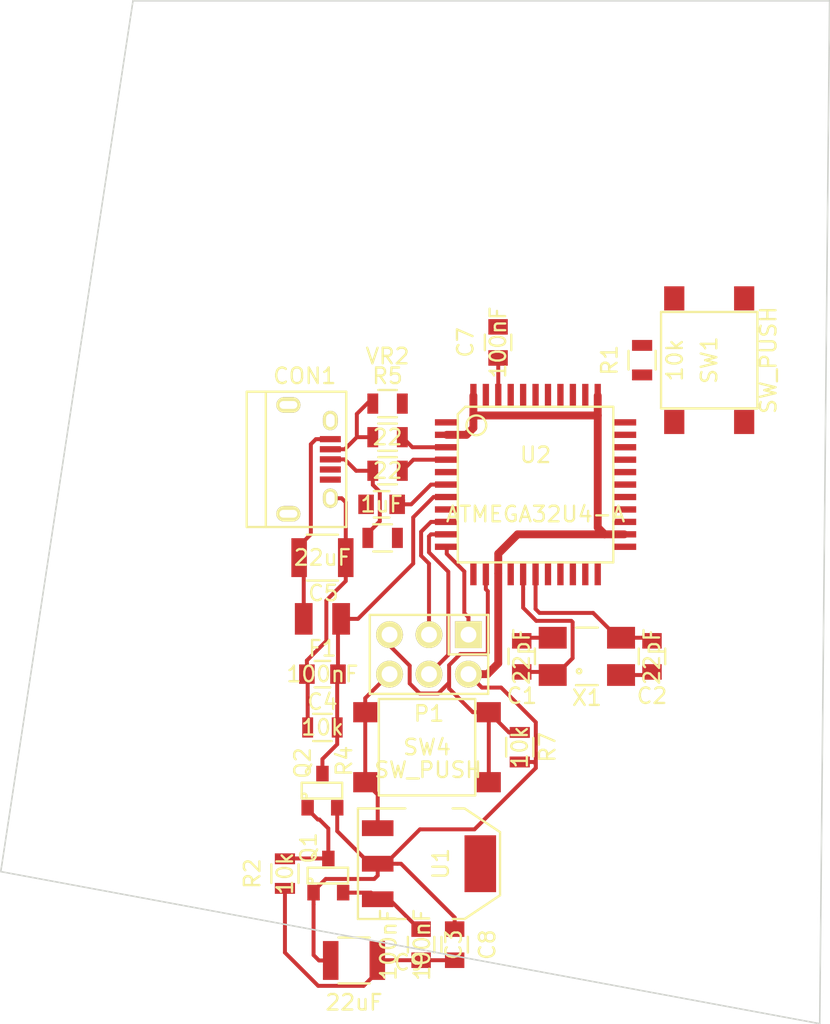
<source format=kicad_pcb>
(kicad_pcb (version 4) (host pcbnew 0.201501062116+5355~20~ubuntu14.04.1-product)

  (general
    (links 69)
    (no_connects 27)
    (area 32.461999 69.672999 133.908996 148.971001)
    (thickness 1.6)
    (drawings 4)
    (tracks 181)
    (zones 0)
    (modules 27)
    (nets 48)
  )

  (page A4)
  (layers
    (0 F.Cu signal)
    (31 B.Cu signal)
    (32 B.Adhes user)
    (33 F.Adhes user)
    (34 B.Paste user)
    (35 F.Paste user)
    (36 B.SilkS user)
    (37 F.SilkS user)
    (38 B.Mask user)
    (39 F.Mask user)
    (40 Dwgs.User user)
    (41 Cmts.User user)
    (42 Eco1.User user)
    (43 Eco2.User user)
    (44 Edge.Cuts user)
    (45 Margin user)
    (46 B.CrtYd user)
    (47 F.CrtYd user)
    (48 B.Fab user)
    (49 F.Fab user)
  )

  (setup
    (last_trace_width 0.254)
    (user_trace_width 0.508)
    (trace_clearance 0.254)
    (zone_clearance 0.508)
    (zone_45_only no)
    (trace_min 0.254)
    (segment_width 0.2)
    (edge_width 0.1)
    (via_size 0.889)
    (via_drill 0.635)
    (via_min_size 0.889)
    (via_min_drill 0.508)
    (uvia_size 0.508)
    (uvia_drill 0.127)
    (uvias_allowed no)
    (uvia_min_size 0.508)
    (uvia_min_drill 0.127)
    (pcb_text_width 0.3)
    (pcb_text_size 1.5 1.5)
    (mod_edge_width 0.15)
    (mod_text_size 1 1)
    (mod_text_width 0.15)
    (pad_size 3.6576 2.032)
    (pad_drill 0)
    (pad_to_mask_clearance 0)
    (aux_axis_origin 0 0)
    (visible_elements FFFFFF7F)
    (pcbplotparams
      (layerselection 0x00030_80000001)
      (usegerberextensions false)
      (excludeedgelayer true)
      (linewidth 0.100000)
      (plotframeref false)
      (viasonmask false)
      (mode 1)
      (useauxorigin false)
      (hpglpennumber 1)
      (hpglpenspeed 20)
      (hpglpendiameter 15)
      (hpglpenoverlay 2)
      (psnegative false)
      (psa4output false)
      (plotreference true)
      (plotvalue true)
      (plotinvisibletext false)
      (padsonsilk false)
      (subtractmaskfromsilk false)
      (outputformat 1)
      (mirror false)
      (drillshape 1)
      (scaleselection 1)
      (outputdirectory ""))
  )

  (net 0 "")
  (net 1 GND)
  (net 2 /XOSC2)
  (net 3 /XOSC1)
  (net 4 /VUSB)
  (net 5 /USB_VBUS)
  (net 6 "Net-(CON1-Pad2)")
  (net 7 "Net-(CON1-Pad3)")
  (net 8 "Net-(CON1-Pad4)")
  (net 9 /USB_DM)
  (net 10 /USB_DP)
  (net 11 "Net-(C6-Pad1)")
  (net 12 "Net-(C7-Pad1)")
  (net 13 /MISO)
  (net 14 VCC)
  (net 15 /SCK)
  (net 16 /MOSI)
  (net 17 /nRESET)
  (net 18 "Net-(U2-Pad43)")
  (net 19 "Net-(U2-Pad35)")
  (net 20 "Net-(U2-Pad15)")
  (net 21 "Net-(U2-Pad12)")
  (net 22 "Net-(U2-Pad18)")
  (net 23 "Net-(U2-Pad19)")
  (net 24 "Net-(U2-Pad20)")
  (net 25 "Net-(U2-Pad21)")
  (net 26 "Net-(U2-Pad22)")
  (net 27 "Net-(U2-Pad28)")
  (net 28 "Net-(U2-Pad27)")
  (net 29 "Net-(U2-Pad26)")
  (net 30 "Net-(U2-Pad8)")
  (net 31 "Net-(U2-Pad25)")
  (net 32 "Net-(U2-Pad23)")
  (net 33 "Net-(U2-Pad29)")
  (net 34 "Net-(U2-Pad5)")
  (net 35 "Net-(U2-Pad30)")
  (net 36 "Net-(U2-Pad31)")
  (net 37 "Net-(U2-Pad32)")
  (net 38 "Net-(U2-Pad1)")
  (net 39 /ADC4)
  (net 40 /ADC1)
  (net 41 /ADC0)
  (net 42 /ADC5)
  (net 43 /ADC6)
  (net 44 /ADC7)
  (net 45 /nDFU)
  (net 46 +BATT)
  (net 47 /VIN)

  (net_class Default "This is the default net class."
    (clearance 0.254)
    (trace_width 0.254)
    (via_dia 0.889)
    (via_drill 0.635)
    (uvia_dia 0.508)
    (uvia_drill 0.127)
    (add_net +BATT)
    (add_net /ADC0)
    (add_net /ADC1)
    (add_net /ADC4)
    (add_net /ADC5)
    (add_net /ADC6)
    (add_net /ADC7)
    (add_net /MISO)
    (add_net /MOSI)
    (add_net /SCK)
    (add_net /USB_DM)
    (add_net /USB_DP)
    (add_net /USB_VBUS)
    (add_net /VIN)
    (add_net /VUSB)
    (add_net /XOSC1)
    (add_net /XOSC2)
    (add_net /nDFU)
    (add_net /nRESET)
    (add_net GND)
    (add_net "Net-(C6-Pad1)")
    (add_net "Net-(C7-Pad1)")
    (add_net "Net-(CON1-Pad2)")
    (add_net "Net-(CON1-Pad3)")
    (add_net "Net-(CON1-Pad4)")
    (add_net "Net-(U2-Pad1)")
    (add_net "Net-(U2-Pad12)")
    (add_net "Net-(U2-Pad15)")
    (add_net "Net-(U2-Pad18)")
    (add_net "Net-(U2-Pad19)")
    (add_net "Net-(U2-Pad20)")
    (add_net "Net-(U2-Pad21)")
    (add_net "Net-(U2-Pad22)")
    (add_net "Net-(U2-Pad23)")
    (add_net "Net-(U2-Pad25)")
    (add_net "Net-(U2-Pad26)")
    (add_net "Net-(U2-Pad27)")
    (add_net "Net-(U2-Pad28)")
    (add_net "Net-(U2-Pad29)")
    (add_net "Net-(U2-Pad30)")
    (add_net "Net-(U2-Pad31)")
    (add_net "Net-(U2-Pad32)")
    (add_net "Net-(U2-Pad35)")
    (add_net "Net-(U2-Pad43)")
    (add_net "Net-(U2-Pad5)")
    (add_net "Net-(U2-Pad8)")
    (add_net VCC)
  )

  (module Resistors_SMD:R_0805 (layer F.Cu) (tedit 5415CDEB) (tstamp 54E048BB)
    (at 53.213 116.459)
    (descr "Resistor SMD 0805, reflow soldering, Vishay (see dcrcw.pdf)")
    (tags "resistor 0805")
    (path /54E1805D)
    (attr smd)
    (fp_text reference R4 (at 1.397 2.159 90) (layer F.SilkS)
      (effects (font (size 1 1) (thickness 0.15)))
    )
    (fp_text value 10k (at 0 0) (layer F.SilkS)
      (effects (font (size 1 1) (thickness 0.15)))
    )
    (fp_line (start -1.6 -1) (end 1.6 -1) (layer F.CrtYd) (width 0.05))
    (fp_line (start -1.6 1) (end 1.6 1) (layer F.CrtYd) (width 0.05))
    (fp_line (start -1.6 -1) (end -1.6 1) (layer F.CrtYd) (width 0.05))
    (fp_line (start 1.6 -1) (end 1.6 1) (layer F.CrtYd) (width 0.05))
    (fp_line (start 0.6 0.875) (end -0.6 0.875) (layer F.SilkS) (width 0.15))
    (fp_line (start -0.6 -0.875) (end 0.6 -0.875) (layer F.SilkS) (width 0.15))
    (pad 1 smd rect (at -0.95 0) (size 0.7 1.3) (layers F.Cu F.Paste F.Mask)
      (net 1 GND))
    (pad 2 smd rect (at 0.95 0) (size 0.7 1.3) (layers F.Cu F.Paste F.Mask)
      (net 4 /VUSB))
    (model Resistors_SMD/R_0805.wrl
      (at (xyz 0 0 0))
      (scale (xyz 1 1 1))
      (rotate (xyz 0 0 0))
    )
  )

  (module Capacitors_SMD:C_0805 (layer F.Cu) (tedit 5415D6EA) (tstamp 54E04DF8)
    (at 53.213 113.03 180)
    (descr "Capacitor SMD 0805, reflow soldering, AVX (see smccp.pdf)")
    (tags "capacitor 0805")
    (path /54E17E53)
    (attr smd)
    (fp_text reference C4 (at 0 -1.778 180) (layer F.SilkS)
      (effects (font (size 1 1) (thickness 0.15)))
    )
    (fp_text value 100nF (at 0 0 180) (layer F.SilkS)
      (effects (font (size 1 1) (thickness 0.15)))
    )
    (fp_line (start -1.8 -1) (end 1.8 -1) (layer F.CrtYd) (width 0.05))
    (fp_line (start -1.8 1) (end 1.8 1) (layer F.CrtYd) (width 0.05))
    (fp_line (start -1.8 -1) (end -1.8 1) (layer F.CrtYd) (width 0.05))
    (fp_line (start 1.8 -1) (end 1.8 1) (layer F.CrtYd) (width 0.05))
    (fp_line (start 0.5 -0.85) (end -0.5 -0.85) (layer F.SilkS) (width 0.15))
    (fp_line (start -0.5 0.85) (end 0.5 0.85) (layer F.SilkS) (width 0.15))
    (pad 1 smd rect (at -1 0 180) (size 1 1.25) (layers F.Cu F.Paste F.Mask)
      (net 4 /VUSB))
    (pad 2 smd rect (at 1 0 180) (size 1 1.25) (layers F.Cu F.Paste F.Mask)
      (net 1 GND))
    (model Capacitors_SMD/C_0805.wrl
      (at (xyz 0 0 0))
      (scale (xyz 1 1 1))
      (rotate (xyz 0 0 0))
    )
  )

  (module Capacitors_SMD:C_1210 (layer F.Cu) (tedit 5415D85D) (tstamp 54E04D3F)
    (at 53.213 105.537)
    (descr "Capacitor SMD 1210, reflow soldering, AVX (see smccp.pdf)")
    (tags "capacitor 1210")
    (path /54E14563)
    (attr smd)
    (fp_text reference C5 (at 0.0635 2.286) (layer F.SilkS)
      (effects (font (size 1 1) (thickness 0.15)))
    )
    (fp_text value 22uF (at 0 0) (layer F.SilkS)
      (effects (font (size 1 1) (thickness 0.15)))
    )
    (fp_line (start -2.3 -1.6) (end 2.3 -1.6) (layer F.CrtYd) (width 0.05))
    (fp_line (start -2.3 1.6) (end 2.3 1.6) (layer F.CrtYd) (width 0.05))
    (fp_line (start -2.3 -1.6) (end -2.3 1.6) (layer F.CrtYd) (width 0.05))
    (fp_line (start 2.3 -1.6) (end 2.3 1.6) (layer F.CrtYd) (width 0.05))
    (fp_line (start 1 -1.475) (end -1 -1.475) (layer F.SilkS) (width 0.15))
    (fp_line (start -1 1.475) (end 1 1.475) (layer F.SilkS) (width 0.15))
    (pad 1 smd rect (at -1.5 0) (size 1 2.5) (layers F.Cu F.Paste F.Mask)
      (net 5 /USB_VBUS))
    (pad 2 smd rect (at 1.5 0) (size 1 2.5) (layers F.Cu F.Paste F.Mask)
      (net 1 GND))
    (model Capacitors_SMD/C_1210.wrl
      (at (xyz 0 0 0))
      (scale (xyz 1 1 1))
      (rotate (xyz 0 0 0))
    )
  )

  (module Connect:USB_Micro-B (layer F.Cu) (tedit 54E04BD9) (tstamp 54E04A86)
    (at 53.721 97.917)
    (descr "Micro USB Type B Receptacle")
    (tags "USB, micro, type B, receptacle")
    (path /54E03B3A)
    (fp_text reference CON1 (at -1.651 -4.064) (layer F.SilkS)
      (effects (font (size 1 1) (thickness 0.15)))
    )
    (fp_text value USB-MICRO-B (at -3 7.5) (layer F.SilkS) hide
      (effects (font (size 1 1) (thickness 0.15)))
    )
    (fp_line (start -5.38 -3.05) (end -5.38 5.65) (layer F.SilkS) (width 0.15))
    (fp_line (start 1.025 -3.05) (end 1.025 5.65) (layer F.SilkS) (width 0.15))
    (fp_line (start 1.025 5.65) (end -5.38 5.65) (layer F.SilkS) (width 0.15))
    (fp_line (start -4.15 5.65) (end -4.15 -3.05) (layer F.SilkS) (width 0.15))
    (fp_line (start -5.38 -3.05) (end 1.025 -3.05) (layer F.SilkS) (width 0.15))
    (pad 1 smd rect (at 0 0) (size 1.35 0.4) (layers F.Cu F.Paste F.Mask)
      (net 5 /USB_VBUS))
    (pad 2 smd rect (at 0 0.65) (size 1.35 0.4) (layers F.Cu F.Paste F.Mask)
      (net 6 "Net-(CON1-Pad2)"))
    (pad 3 smd rect (at 0 1.3) (size 1.35 0.4) (layers F.Cu F.Paste F.Mask)
      (net 7 "Net-(CON1-Pad3)"))
    (pad 4 smd rect (at 0 1.95) (size 1.35 0.4) (layers F.Cu F.Paste F.Mask)
      (net 8 "Net-(CON1-Pad4)"))
    (pad 5 smd rect (at 0 2.6) (size 1.35 0.4) (layers F.Cu F.Paste F.Mask)
      (net 1 GND))
    (pad 6 thru_hole oval (at 0 -1.2) (size 0.95 1.25) (drill oval 0.55 0.85) (layers *.Cu *.Mask F.SilkS)
      (net 1 GND))
    (pad 7 thru_hole oval (at 0 3.8) (size 0.95 1.25) (drill oval 0.55 0.85) (layers *.Cu *.Mask F.SilkS)
      (net 1 GND))
    (pad 8 thru_hole oval (at -2.7 -2.2) (size 1.55 1) (drill oval 1.15 0.5) (layers *.Cu *.Mask F.SilkS)
      (net 1 GND))
    (pad 9 thru_hole oval (at -2.7 4.8) (size 1.55 1) (drill oval 1.15 0.5) (layers *.Cu *.Mask F.SilkS)
      (net 1 GND))
  )

  (module Fuse_Holders_and_Fuses:Fuse_SMD1206_Reflow (layer F.Cu) (tedit 54E0487B) (tstamp 54E04A8C)
    (at 53.213 109.474)
    (descr "Fuse, Sicherung, SMD1206, Littlefuse-Wickmann, Reflow,")
    (tags "Fuse, Sicherung, SMD1206,  Littlefuse-Wickmann, Reflow,")
    (path /54E0E57D)
    (attr smd)
    (fp_text reference F1 (at 0 1.905) (layer F.SilkS)
      (effects (font (size 1 1) (thickness 0.15)))
    )
    (fp_text value FUSE (at -0.44958 3.2004) (layer F.SilkS) hide
      (effects (font (size 1 1) (thickness 0.15)))
    )
    (pad 1 smd rect (at -1.20396 0 90) (size 2.02946 1.14046) (layers F.Cu F.Paste F.Mask)
      (net 5 /USB_VBUS))
    (pad 2 smd rect (at 1.20396 0 90) (size 2.02946 1.14046) (layers F.Cu F.Paste F.Mask)
      (net 4 /VUSB))
  )

  (module Pin_Headers:Pin_Header_Straight_2x03 (layer F.Cu) (tedit 54E0487B) (tstamp 54E04A96)
    (at 60.071 111.76 180)
    (descr "Through hole pin header")
    (tags "pin header")
    (path /54E0EFD5)
    (fp_text reference P1 (at 0 -3.81 180) (layer F.SilkS)
      (effects (font (size 1 1) (thickness 0.15)))
    )
    (fp_text value CONN_02X03 (at 0 0 180) (layer F.SilkS) hide
      (effects (font (size 1 1) (thickness 0.15)))
    )
    (fp_line (start -3.81 0) (end -1.27 0) (layer F.SilkS) (width 0.15))
    (fp_line (start -1.27 0) (end -1.27 2.54) (layer F.SilkS) (width 0.15))
    (fp_line (start -3.81 2.54) (end 3.81 2.54) (layer F.SilkS) (width 0.15))
    (fp_line (start 3.81 2.54) (end 3.81 -2.54) (layer F.SilkS) (width 0.15))
    (fp_line (start 3.81 -2.54) (end -1.27 -2.54) (layer F.SilkS) (width 0.15))
    (fp_line (start -3.81 2.54) (end -3.81 0) (layer F.SilkS) (width 0.15))
    (fp_line (start -3.81 -2.54) (end -3.81 0) (layer F.SilkS) (width 0.15))
    (fp_line (start -1.27 -2.54) (end -3.81 -2.54) (layer F.SilkS) (width 0.15))
    (pad 1 thru_hole rect (at -2.54 1.27 180) (size 1.7272 1.7272) (drill 1.016) (layers *.Cu *.Mask F.SilkS)
      (net 13 /MISO))
    (pad 2 thru_hole oval (at -2.54 -1.27 180) (size 1.7272 1.7272) (drill 1.016) (layers *.Cu *.Mask F.SilkS)
      (net 14 VCC))
    (pad 3 thru_hole oval (at 0 1.27 180) (size 1.7272 1.7272) (drill 1.016) (layers *.Cu *.Mask F.SilkS)
      (net 15 /SCK))
    (pad 4 thru_hole oval (at 0 -1.27 180) (size 1.7272 1.7272) (drill 1.016) (layers *.Cu *.Mask F.SilkS)
      (net 16 /MOSI))
    (pad 5 thru_hole oval (at 2.54 1.27 180) (size 1.7272 1.7272) (drill 1.016) (layers *.Cu *.Mask F.SilkS)
      (net 17 /nRESET))
    (pad 6 thru_hole oval (at 2.54 -1.27 180) (size 1.7272 1.7272) (drill 1.016) (layers *.Cu *.Mask F.SilkS)
      (net 1 GND))
    (model Pin_Headers/Pin_Header_Straight_2x03.wrl
      (at (xyz 0 0 0))
      (scale (xyz 1 1 1))
      (rotate (xyz 0 0 0))
    )
  )

  (module Resistors_SMD:R_0805 (layer F.Cu) (tedit 5415CDEB) (tstamp 54E04AAA)
    (at 57.404 97.79)
    (descr "Resistor SMD 0805, reflow soldering, Vishay (see dcrcw.pdf)")
    (tags "resistor 0805")
    (path /54E05A1E)
    (attr smd)
    (fp_text reference R5 (at 0 -3.937) (layer F.SilkS)
      (effects (font (size 1 1) (thickness 0.15)))
    )
    (fp_text value 22 (at 0 0) (layer F.SilkS)
      (effects (font (size 1 1) (thickness 0.15)))
    )
    (fp_line (start -1.6 -1) (end 1.6 -1) (layer F.CrtYd) (width 0.05))
    (fp_line (start -1.6 1) (end 1.6 1) (layer F.CrtYd) (width 0.05))
    (fp_line (start -1.6 -1) (end -1.6 1) (layer F.CrtYd) (width 0.05))
    (fp_line (start 1.6 -1) (end 1.6 1) (layer F.CrtYd) (width 0.05))
    (fp_line (start 0.6 0.875) (end -0.6 0.875) (layer F.SilkS) (width 0.15))
    (fp_line (start -0.6 -0.875) (end 0.6 -0.875) (layer F.SilkS) (width 0.15))
    (pad 1 smd rect (at -0.95 0) (size 0.7 1.3) (layers F.Cu F.Paste F.Mask)
      (net 6 "Net-(CON1-Pad2)"))
    (pad 2 smd rect (at 0.95 0) (size 0.7 1.3) (layers F.Cu F.Paste F.Mask)
      (net 9 /USB_DM))
    (model Resistors_SMD/R_0805.wrl
      (at (xyz 0 0 0))
      (scale (xyz 1 1 1))
      (rotate (xyz 0 0 0))
    )
  )

  (module Resistors_SMD:R_0805 (layer F.Cu) (tedit 54E07671) (tstamp 54E04AB0)
    (at 57.404 99.949)
    (descr "Resistor SMD 0805, reflow soldering, Vishay (see dcrcw.pdf)")
    (tags "resistor 0805")
    (path /54E05A89)
    (attr smd)
    (fp_text reference R6 (at 0 6.223) (layer F.SilkS) hide
      (effects (font (size 1 1) (thickness 0.15)))
    )
    (fp_text value 22 (at 0 0) (layer F.SilkS)
      (effects (font (size 1 1) (thickness 0.15)))
    )
    (fp_line (start -1.6 -1) (end 1.6 -1) (layer F.CrtYd) (width 0.05))
    (fp_line (start -1.6 1) (end 1.6 1) (layer F.CrtYd) (width 0.05))
    (fp_line (start -1.6 -1) (end -1.6 1) (layer F.CrtYd) (width 0.05))
    (fp_line (start 1.6 -1) (end 1.6 1) (layer F.CrtYd) (width 0.05))
    (fp_line (start 0.6 0.875) (end -0.6 0.875) (layer F.SilkS) (width 0.15))
    (fp_line (start -0.6 -0.875) (end 0.6 -0.875) (layer F.SilkS) (width 0.15))
    (pad 1 smd rect (at -0.95 0) (size 0.7 1.3) (layers F.Cu F.Paste F.Mask)
      (net 7 "Net-(CON1-Pad3)"))
    (pad 2 smd rect (at 0.95 0) (size 0.7 1.3) (layers F.Cu F.Paste F.Mask)
      (net 10 /USB_DP))
    (model Resistors_SMD/R_0805.wrl
      (at (xyz 0 0 0))
      (scale (xyz 1 1 1))
      (rotate (xyz 0 0 0))
    )
  )

  (module Resistors_SMD:R_0805 (layer F.Cu) (tedit 54E049AB) (tstamp 54E04C1E)
    (at 57.404 95.631 180)
    (descr "Resistor SMD 0805, reflow soldering, Vishay (see dcrcw.pdf)")
    (tags "resistor 0805")
    (path /54E112C7)
    (attr smd)
    (fp_text reference VR2 (at 0 3.048 180) (layer F.SilkS)
      (effects (font (size 1 1) (thickness 0.15)))
    )
    (fp_text value CG0603MLC-05E (at 0 2.1 180) (layer F.SilkS) hide
      (effects (font (size 1 1) (thickness 0.15)))
    )
    (fp_line (start -1.6 -1) (end 1.6 -1) (layer F.CrtYd) (width 0.05))
    (fp_line (start -1.6 1) (end 1.6 1) (layer F.CrtYd) (width 0.05))
    (fp_line (start -1.6 -1) (end -1.6 1) (layer F.CrtYd) (width 0.05))
    (fp_line (start 1.6 -1) (end 1.6 1) (layer F.CrtYd) (width 0.05))
    (fp_line (start 0.6 0.875) (end -0.6 0.875) (layer F.SilkS) (width 0.15))
    (fp_line (start -0.6 -0.875) (end 0.6 -0.875) (layer F.SilkS) (width 0.15))
    (pad 1 smd rect (at -0.95 0 180) (size 0.7 1.3) (layers F.Cu F.Paste F.Mask)
      (net 1 GND))
    (pad 2 smd rect (at 0.95 0 180) (size 0.7 1.3) (layers F.Cu F.Paste F.Mask)
      (net 6 "Net-(CON1-Pad2)"))
    (model Resistors_SMD/R_0805.wrl
      (at (xyz 0 0 0))
      (scale (xyz 1 1 1))
      (rotate (xyz 0 0 0))
    )
  )

  (module Capacitors_SMD:C_0805 (layer F.Cu) (tedit 54E0766A) (tstamp 54E074C9)
    (at 57.023 102.108 180)
    (descr "Capacitor SMD 0805, reflow soldering, AVX (see smccp.pdf)")
    (tags "capacitor 0805")
    (path /54E08B89)
    (attr smd)
    (fp_text reference C6 (at 0.381 -6.2865 180) (layer F.SilkS) hide
      (effects (font (size 1 1) (thickness 0.15)))
    )
    (fp_text value 1uF (at 0 0 180) (layer F.SilkS)
      (effects (font (size 1 1) (thickness 0.15)))
    )
    (fp_line (start -1.8 -1) (end 1.8 -1) (layer F.CrtYd) (width 0.05))
    (fp_line (start -1.8 1) (end 1.8 1) (layer F.CrtYd) (width 0.05))
    (fp_line (start -1.8 -1) (end -1.8 1) (layer F.CrtYd) (width 0.05))
    (fp_line (start 1.8 -1) (end 1.8 1) (layer F.CrtYd) (width 0.05))
    (fp_line (start 0.5 -0.85) (end -0.5 -0.85) (layer F.SilkS) (width 0.15))
    (fp_line (start -0.5 0.85) (end 0.5 0.85) (layer F.SilkS) (width 0.15))
    (pad 1 smd rect (at -1 0 180) (size 1 1.25) (layers F.Cu F.Paste F.Mask)
      (net 11 "Net-(C6-Pad1)"))
    (pad 2 smd rect (at 1 0 180) (size 1 1.25) (layers F.Cu F.Paste F.Mask)
      (net 1 GND))
    (model Capacitors_SMD/C_0805.wrl
      (at (xyz 0 0 0))
      (scale (xyz 1 1 1))
      (rotate (xyz 0 0 0))
    )
  )

  (module Capacitors_SMD:C_0805 (layer F.Cu) (tedit 5415D6EA) (tstamp 54E05710)
    (at 64.516 91.694 90)
    (descr "Capacitor SMD 0805, reflow soldering, AVX (see smccp.pdf)")
    (tags "capacitor 0805")
    (path /54E0B5B4)
    (attr smd)
    (fp_text reference C7 (at 0 -2.1 90) (layer F.SilkS)
      (effects (font (size 1 1) (thickness 0.15)))
    )
    (fp_text value 100nF (at 0 0 90) (layer F.SilkS)
      (effects (font (size 1 1) (thickness 0.15)))
    )
    (fp_line (start -1.8 -1) (end 1.8 -1) (layer F.CrtYd) (width 0.05))
    (fp_line (start -1.8 1) (end 1.8 1) (layer F.CrtYd) (width 0.05))
    (fp_line (start -1.8 -1) (end -1.8 1) (layer F.CrtYd) (width 0.05))
    (fp_line (start 1.8 -1) (end 1.8 1) (layer F.CrtYd) (width 0.05))
    (fp_line (start 0.5 -0.85) (end -0.5 -0.85) (layer F.SilkS) (width 0.15))
    (fp_line (start -0.5 0.85) (end 0.5 0.85) (layer F.SilkS) (width 0.15))
    (pad 1 smd rect (at -1 0 90) (size 1 1.25) (layers F.Cu F.Paste F.Mask)
      (net 12 "Net-(C7-Pad1)"))
    (pad 2 smd rect (at 1 0 90) (size 1 1.25) (layers F.Cu F.Paste F.Mask)
      (net 1 GND))
    (model Capacitors_SMD/C_0805.wrl
      (at (xyz 0 0 0))
      (scale (xyz 1 1 1))
      (rotate (xyz 0 0 0))
    )
  )

  (module Resistors_SMD:R_0805 (layer F.Cu) (tedit 5415CDEB) (tstamp 54E082B4)
    (at 65.913 117.729 270)
    (descr "Resistor SMD 0805, reflow soldering, Vishay (see dcrcw.pdf)")
    (tags "resistor 0805")
    (path /54E16F54)
    (attr smd)
    (fp_text reference R7 (at 0 -1.778 270) (layer F.SilkS)
      (effects (font (size 1 1) (thickness 0.15)))
    )
    (fp_text value 10k (at 0 0 270) (layer F.SilkS)
      (effects (font (size 1 1) (thickness 0.15)))
    )
    (fp_line (start -1.6 -1) (end 1.6 -1) (layer F.CrtYd) (width 0.05))
    (fp_line (start -1.6 1) (end 1.6 1) (layer F.CrtYd) (width 0.05))
    (fp_line (start -1.6 -1) (end -1.6 1) (layer F.CrtYd) (width 0.05))
    (fp_line (start 1.6 -1) (end 1.6 1) (layer F.CrtYd) (width 0.05))
    (fp_line (start 0.6 0.875) (end -0.6 0.875) (layer F.SilkS) (width 0.15))
    (fp_line (start -0.6 -0.875) (end 0.6 -0.875) (layer F.SilkS) (width 0.15))
    (pad 1 smd rect (at -0.95 0 270) (size 0.7 1.3) (layers F.Cu F.Paste F.Mask)
      (net 17 /nRESET))
    (pad 2 smd rect (at 0.95 0 270) (size 0.7 1.3) (layers F.Cu F.Paste F.Mask)
      (net 14 VCC))
    (model Resistors_SMD/R_0805.wrl
      (at (xyz 0 0 0))
      (scale (xyz 1 1 1))
      (rotate (xyz 0 0 0))
    )
  )

  (module SMD_Packages:TQFP-44 (layer F.Cu) (tedit 53FE9278) (tstamp 54E074EA)
    (at 66.929 100.838)
    (path /54E0B261)
    (attr smd)
    (fp_text reference U2 (at 0 -1.905) (layer F.SilkS)
      (effects (font (size 1 1) (thickness 0.15)))
    )
    (fp_text value ATMEGA32U4-A (at 0 1.905) (layer F.SilkS)
      (effects (font (size 1 1) (thickness 0.15)))
    )
    (fp_line (start 5.0038 -5.0038) (end 5.0038 5.0038) (layer F.SilkS) (width 0.15))
    (fp_line (start 5.0038 5.0038) (end -5.0038 5.0038) (layer F.SilkS) (width 0.15))
    (fp_line (start -5.0038 -4.5212) (end -5.0038 5.0038) (layer F.SilkS) (width 0.15))
    (fp_line (start -4.5212 -5.0038) (end 5.0038 -5.0038) (layer F.SilkS) (width 0.15))
    (fp_line (start -5.0038 -4.5212) (end -4.5212 -5.0038) (layer F.SilkS) (width 0.15))
    (fp_circle (center -3.81 -3.81) (end -3.81 -3.175) (layer F.SilkS) (width 0.15))
    (pad 39 smd rect (at 0 -5.715) (size 0.4064 1.524) (layers F.Cu F.Paste F.Mask)
      (net 39 /ADC4))
    (pad 40 smd rect (at -0.8001 -5.715) (size 0.4064 1.524) (layers F.Cu F.Paste F.Mask)
      (net 40 /ADC1))
    (pad 41 smd rect (at -1.6002 -5.715) (size 0.4064 1.524) (layers F.Cu F.Paste F.Mask)
      (net 41 /ADC0))
    (pad 42 smd rect (at -2.4003 -5.715) (size 0.4064 1.524) (layers F.Cu F.Paste F.Mask)
      (net 12 "Net-(C7-Pad1)"))
    (pad 43 smd rect (at -3.2004 -5.715) (size 0.4064 1.524) (layers F.Cu F.Paste F.Mask)
      (net 18 "Net-(U2-Pad43)"))
    (pad 44 smd rect (at -4.0005 -5.715) (size 0.4064 1.524) (layers F.Cu F.Paste F.Mask)
      (net 14 VCC))
    (pad 38 smd rect (at 0.8001 -5.715) (size 0.4064 1.524) (layers F.Cu F.Paste F.Mask)
      (net 42 /ADC5))
    (pad 37 smd rect (at 1.6002 -5.715) (size 0.4064 1.524) (layers F.Cu F.Paste F.Mask)
      (net 43 /ADC6))
    (pad 36 smd rect (at 2.4003 -5.715) (size 0.4064 1.524) (layers F.Cu F.Paste F.Mask)
      (net 44 /ADC7))
    (pad 35 smd rect (at 3.2004 -5.715) (size 0.4064 1.524) (layers F.Cu F.Paste F.Mask)
      (net 19 "Net-(U2-Pad35)"))
    (pad 34 smd rect (at 4.0005 -5.715) (size 0.4064 1.524) (layers F.Cu F.Paste F.Mask)
      (net 14 VCC))
    (pad 17 smd rect (at 0 5.715) (size 0.4064 1.524) (layers F.Cu F.Paste F.Mask)
      (net 3 /XOSC1))
    (pad 16 smd rect (at -0.8001 5.715) (size 0.4064 1.524) (layers F.Cu F.Paste F.Mask)
      (net 2 /XOSC2))
    (pad 15 smd rect (at -1.6002 5.715) (size 0.4064 1.524) (layers F.Cu F.Paste F.Mask)
      (net 20 "Net-(U2-Pad15)"))
    (pad 14 smd rect (at -2.4003 5.715) (size 0.4064 1.524) (layers F.Cu F.Paste F.Mask)
      (net 14 VCC))
    (pad 13 smd rect (at -3.2004 5.715) (size 0.4064 1.524) (layers F.Cu F.Paste F.Mask)
      (net 17 /nRESET))
    (pad 12 smd rect (at -4.0005 5.715) (size 0.4064 1.524) (layers F.Cu F.Paste F.Mask)
      (net 21 "Net-(U2-Pad12)"))
    (pad 18 smd rect (at 0.8001 5.715) (size 0.4064 1.524) (layers F.Cu F.Paste F.Mask)
      (net 22 "Net-(U2-Pad18)"))
    (pad 19 smd rect (at 1.6002 5.715) (size 0.4064 1.524) (layers F.Cu F.Paste F.Mask)
      (net 23 "Net-(U2-Pad19)"))
    (pad 20 smd rect (at 2.4003 5.715) (size 0.4064 1.524) (layers F.Cu F.Paste F.Mask)
      (net 24 "Net-(U2-Pad20)"))
    (pad 21 smd rect (at 3.2004 5.715) (size 0.4064 1.524) (layers F.Cu F.Paste F.Mask)
      (net 25 "Net-(U2-Pad21)"))
    (pad 22 smd rect (at 4.0005 5.715) (size 0.4064 1.524) (layers F.Cu F.Paste F.Mask)
      (net 26 "Net-(U2-Pad22)"))
    (pad 6 smd rect (at -5.715 0) (size 1.524 0.4064) (layers F.Cu F.Paste F.Mask)
      (net 11 "Net-(C6-Pad1)"))
    (pad 28 smd rect (at 5.715 0) (size 1.524 0.4064) (layers F.Cu F.Paste F.Mask)
      (net 27 "Net-(U2-Pad28)"))
    (pad 7 smd rect (at -5.715 0.8001) (size 1.524 0.4064) (layers F.Cu F.Paste F.Mask)
      (net 4 /VUSB))
    (pad 27 smd rect (at 5.715 0.8001) (size 1.524 0.4064) (layers F.Cu F.Paste F.Mask)
      (net 28 "Net-(U2-Pad27)"))
    (pad 26 smd rect (at 5.715 1.6002) (size 1.524 0.4064) (layers F.Cu F.Paste F.Mask)
      (net 29 "Net-(U2-Pad26)"))
    (pad 8 smd rect (at -5.715 1.6002) (size 1.524 0.4064) (layers F.Cu F.Paste F.Mask)
      (net 30 "Net-(U2-Pad8)"))
    (pad 9 smd rect (at -5.715 2.4003) (size 1.524 0.4064) (layers F.Cu F.Paste F.Mask)
      (net 15 /SCK))
    (pad 25 smd rect (at 5.715 2.4003) (size 1.524 0.4064) (layers F.Cu F.Paste F.Mask)
      (net 31 "Net-(U2-Pad25)"))
    (pad 24 smd rect (at 5.715 3.2004) (size 1.524 0.4064) (layers F.Cu F.Paste F.Mask)
      (net 14 VCC))
    (pad 10 smd rect (at -5.715 3.2004) (size 1.524 0.4064) (layers F.Cu F.Paste F.Mask)
      (net 16 /MOSI))
    (pad 11 smd rect (at -5.715 4.0005) (size 1.524 0.4064) (layers F.Cu F.Paste F.Mask)
      (net 13 /MISO))
    (pad 23 smd rect (at 5.715 4.0005) (size 1.524 0.4064) (layers F.Cu F.Paste F.Mask)
      (net 32 "Net-(U2-Pad23)"))
    (pad 29 smd rect (at 5.715 -0.8001) (size 1.524 0.4064) (layers F.Cu F.Paste F.Mask)
      (net 33 "Net-(U2-Pad29)"))
    (pad 5 smd rect (at -5.715 -0.8001) (size 1.524 0.4064) (layers F.Cu F.Paste F.Mask)
      (net 34 "Net-(U2-Pad5)"))
    (pad 4 smd rect (at -5.715 -1.6002) (size 1.524 0.4064) (layers F.Cu F.Paste F.Mask)
      (net 10 /USB_DP))
    (pad 30 smd rect (at 5.715 -1.6002) (size 1.524 0.4064) (layers F.Cu F.Paste F.Mask)
      (net 35 "Net-(U2-Pad30)"))
    (pad 31 smd rect (at 5.715 -2.4003) (size 1.524 0.4064) (layers F.Cu F.Paste F.Mask)
      (net 36 "Net-(U2-Pad31)"))
    (pad 3 smd rect (at -5.715 -2.4003) (size 1.524 0.4064) (layers F.Cu F.Paste F.Mask)
      (net 9 /USB_DM))
    (pad 2 smd rect (at -5.715 -3.2004) (size 1.524 0.4064) (layers F.Cu F.Paste F.Mask)
      (net 14 VCC))
    (pad 32 smd rect (at 5.715 -3.2004) (size 1.524 0.4064) (layers F.Cu F.Paste F.Mask)
      (net 37 "Net-(U2-Pad32)"))
    (pad 33 smd rect (at 5.715 -4.0005) (size 1.524 0.4064) (layers F.Cu F.Paste F.Mask)
      (net 45 /nDFU))
    (pad 1 smd rect (at -5.715 -4.0005) (size 1.524 0.4064) (layers F.Cu F.Paste F.Mask)
      (net 38 "Net-(U2-Pad1)"))
    (model SMD_Packages/TQFP-44.wrl
      (at (xyz 0 0 0))
      (scale (xyz 4 4 4))
      (rotate (xyz 0 0 0))
    )
  )

  (module Capacitors_SMD:C_0805 (layer F.Cu) (tedit 5415D6EA) (tstamp 54E05B7F)
    (at 66.04 111.887 270)
    (descr "Capacitor SMD 0805, reflow soldering, AVX (see smccp.pdf)")
    (tags "capacitor 0805")
    (path /54DFE8EC)
    (attr smd)
    (fp_text reference C1 (at 2.54 0 360) (layer F.SilkS)
      (effects (font (size 1 1) (thickness 0.15)))
    )
    (fp_text value 22pF (at 0 0 270) (layer F.SilkS)
      (effects (font (size 1 1) (thickness 0.15)))
    )
    (fp_line (start -1.8 -1) (end 1.8 -1) (layer F.CrtYd) (width 0.05))
    (fp_line (start -1.8 1) (end 1.8 1) (layer F.CrtYd) (width 0.05))
    (fp_line (start -1.8 -1) (end -1.8 1) (layer F.CrtYd) (width 0.05))
    (fp_line (start 1.8 -1) (end 1.8 1) (layer F.CrtYd) (width 0.05))
    (fp_line (start 0.5 -0.85) (end -0.5 -0.85) (layer F.SilkS) (width 0.15))
    (fp_line (start -0.5 0.85) (end 0.5 0.85) (layer F.SilkS) (width 0.15))
    (pad 1 smd rect (at -1 0 270) (size 1 1.25) (layers F.Cu F.Paste F.Mask)
      (net 1 GND))
    (pad 2 smd rect (at 1 0 270) (size 1 1.25) (layers F.Cu F.Paste F.Mask)
      (net 2 /XOSC2))
    (model Capacitors_SMD/C_0805.wrl
      (at (xyz 0 0 0))
      (scale (xyz 1 1 1))
      (rotate (xyz 0 0 0))
    )
  )

  (module Capacitors_SMD:C_0805 (layer F.Cu) (tedit 5415D6EA) (tstamp 54E05B85)
    (at 74.422 111.887 90)
    (descr "Capacitor SMD 0805, reflow soldering, AVX (see smccp.pdf)")
    (tags "capacitor 0805")
    (path /54DFE779)
    (attr smd)
    (fp_text reference C2 (at -2.54 0 180) (layer F.SilkS)
      (effects (font (size 1 1) (thickness 0.15)))
    )
    (fp_text value 22pF (at 0 0 90) (layer F.SilkS)
      (effects (font (size 1 1) (thickness 0.15)))
    )
    (fp_line (start -1.8 -1) (end 1.8 -1) (layer F.CrtYd) (width 0.05))
    (fp_line (start -1.8 1) (end 1.8 1) (layer F.CrtYd) (width 0.05))
    (fp_line (start -1.8 -1) (end -1.8 1) (layer F.CrtYd) (width 0.05))
    (fp_line (start 1.8 -1) (end 1.8 1) (layer F.CrtYd) (width 0.05))
    (fp_line (start 0.5 -0.85) (end -0.5 -0.85) (layer F.SilkS) (width 0.15))
    (fp_line (start -0.5 0.85) (end 0.5 0.85) (layer F.SilkS) (width 0.15))
    (pad 1 smd rect (at -1 0 90) (size 1 1.25) (layers F.Cu F.Paste F.Mask)
      (net 1 GND))
    (pad 2 smd rect (at 1 0 90) (size 1 1.25) (layers F.Cu F.Paste F.Mask)
      (net 3 /XOSC1))
    (model Capacitors_SMD/C_0805.wrl
      (at (xyz 0 0 0))
      (scale (xyz 1 1 1))
      (rotate (xyz 0 0 0))
    )
  )

  (module Crystals:Crystal_SMD_0603_4Pads (layer F.Cu) (tedit 54E05A9E) (tstamp 54E05BD8)
    (at 70.231 111.887)
    (descr "Crystal, Quarz, SMD, 0603, 4 Pads,")
    (tags "Crystal, Quarz, SMD, 0603, 4 Pads,")
    (path /54E32422)
    (attr smd)
    (fp_text reference X1 (at 0 2.667) (layer F.SilkS)
      (effects (font (size 1 1) (thickness 0.15)))
    )
    (fp_text value Crystal_SMD_-_4 (at 0 3.81) (layer F.SilkS) hide
      (effects (font (size 1 1) (thickness 0.15)))
    )
    (fp_circle (center 0 0) (end 0.50038 0) (layer F.Adhes) (width 0.381))
    (fp_circle (center 0 0) (end 0.14986 0) (layer F.Adhes) (width 0.381))
    (fp_circle (center -0.50038 0.94996) (end -0.39878 1.04902) (layer F.SilkS) (width 0.15))
    (fp_line (start 0.70104 1.84912) (end -0.70104 1.84912) (layer F.SilkS) (width 0.15))
    (fp_line (start -0.70104 -1.84912) (end 0.70104 -1.84912) (layer F.SilkS) (width 0.15))
    (pad 1 smd rect (at -2.19964 1.19888) (size 1.80086 1.39954) (layers F.Cu F.Paste F.Mask)
      (net 2 /XOSC2))
    (pad 2 smd rect (at 2.19964 1.19888) (size 1.80086 1.39954) (layers F.Cu F.Paste F.Mask)
      (net 1 GND))
    (pad 3 smd rect (at 2.19964 -1.19888) (size 1.80086 1.39954) (layers F.Cu F.Paste F.Mask)
      (net 3 /XOSC1))
    (pad 4 smd rect (at -2.19964 -1.19888) (size 1.80086 1.39954) (layers F.Cu F.Paste F.Mask)
      (net 1 GND))
  )

  (module Resistors_SMD:R_0805 (layer F.Cu) (tedit 54E0766E) (tstamp 54E07853)
    (at 57.0865 104.267 180)
    (descr "Resistor SMD 0805, reflow soldering, Vishay (see dcrcw.pdf)")
    (tags "resistor 0805")
    (path /54E102E2)
    (attr smd)
    (fp_text reference VR1 (at 0 -2.1 180) (layer F.SilkS) hide
      (effects (font (size 1 1) (thickness 0.15)))
    )
    (fp_text value CG0603MLC-05E (at 0 2.1 180) (layer F.SilkS) hide
      (effects (font (size 1 1) (thickness 0.15)))
    )
    (fp_line (start -1.6 -1) (end 1.6 -1) (layer F.CrtYd) (width 0.05))
    (fp_line (start -1.6 1) (end 1.6 1) (layer F.CrtYd) (width 0.05))
    (fp_line (start -1.6 -1) (end -1.6 1) (layer F.CrtYd) (width 0.05))
    (fp_line (start 1.6 -1) (end 1.6 1) (layer F.CrtYd) (width 0.05))
    (fp_line (start 0.6 0.875) (end -0.6 0.875) (layer F.SilkS) (width 0.15))
    (fp_line (start -0.6 -0.875) (end 0.6 -0.875) (layer F.SilkS) (width 0.15))
    (pad 1 smd rect (at -0.95 0 180) (size 0.7 1.3) (layers F.Cu F.Paste F.Mask)
      (net 1 GND))
    (pad 2 smd rect (at 0.95 0 180) (size 0.7 1.3) (layers F.Cu F.Paste F.Mask)
      (net 7 "Net-(CON1-Pad3)"))
    (model Resistors_SMD/R_0805.wrl
      (at (xyz 0 0 0))
      (scale (xyz 1 1 1))
      (rotate (xyz 0 0 0))
    )
  )

  (module Capacitors_SMD:C_0805 (layer F.Cu) (tedit 5415D6EA) (tstamp 54E07E0F)
    (at 59.563 130.429 270)
    (descr "Capacitor SMD 0805, reflow soldering, AVX (see smccp.pdf)")
    (tags "capacitor 0805")
    (path /54E15824)
    (attr smd)
    (fp_text reference C3 (at 0 -2.1 270) (layer F.SilkS)
      (effects (font (size 1 1) (thickness 0.15)))
    )
    (fp_text value 100nF (at 0 2.1 270) (layer F.SilkS)
      (effects (font (size 1 1) (thickness 0.15)))
    )
    (fp_line (start -1.8 -1) (end 1.8 -1) (layer F.CrtYd) (width 0.05))
    (fp_line (start -1.8 1) (end 1.8 1) (layer F.CrtYd) (width 0.05))
    (fp_line (start -1.8 -1) (end -1.8 1) (layer F.CrtYd) (width 0.05))
    (fp_line (start 1.8 -1) (end 1.8 1) (layer F.CrtYd) (width 0.05))
    (fp_line (start 0.5 -0.85) (end -0.5 -0.85) (layer F.SilkS) (width 0.15))
    (fp_line (start -0.5 0.85) (end 0.5 0.85) (layer F.SilkS) (width 0.15))
    (pad 1 smd rect (at -1 0 270) (size 1 1.25) (layers F.Cu F.Paste F.Mask)
      (net 47 /VIN))
    (pad 2 smd rect (at 1 0 270) (size 1 1.25) (layers F.Cu F.Paste F.Mask)
      (net 1 GND))
    (model Capacitors_SMD/C_0805.wrl
      (at (xyz 0 0 0))
      (scale (xyz 1 1 1))
      (rotate (xyz 0 0 0))
    )
  )

  (module Capacitors_SMD:C_0805 (layer F.Cu) (tedit 5415D6EA) (tstamp 54E07E15)
    (at 61.722 130.429 270)
    (descr "Capacitor SMD 0805, reflow soldering, AVX (see smccp.pdf)")
    (tags "capacitor 0805")
    (path /54E1C6E5)
    (attr smd)
    (fp_text reference C8 (at 0 -2.1 270) (layer F.SilkS)
      (effects (font (size 1 1) (thickness 0.15)))
    )
    (fp_text value 100nF (at 0 2.1 270) (layer F.SilkS)
      (effects (font (size 1 1) (thickness 0.15)))
    )
    (fp_line (start -1.8 -1) (end 1.8 -1) (layer F.CrtYd) (width 0.05))
    (fp_line (start -1.8 1) (end 1.8 1) (layer F.CrtYd) (width 0.05))
    (fp_line (start -1.8 -1) (end -1.8 1) (layer F.CrtYd) (width 0.05))
    (fp_line (start 1.8 -1) (end 1.8 1) (layer F.CrtYd) (width 0.05))
    (fp_line (start 0.5 -0.85) (end -0.5 -0.85) (layer F.SilkS) (width 0.15))
    (fp_line (start -0.5 0.85) (end 0.5 0.85) (layer F.SilkS) (width 0.15))
    (pad 1 smd rect (at -1 0 270) (size 1 1.25) (layers F.Cu F.Paste F.Mask)
      (net 14 VCC))
    (pad 2 smd rect (at 1 0 270) (size 1 1.25) (layers F.Cu F.Paste F.Mask)
      (net 1 GND))
    (model Capacitors_SMD/C_0805.wrl
      (at (xyz 0 0 0))
      (scale (xyz 1 1 1))
      (rotate (xyz 0 0 0))
    )
  )

  (module Capacitors_SMD:C_1210 (layer F.Cu) (tedit 5415D85D) (tstamp 54E07E1B)
    (at 55.245 131.445)
    (descr "Capacitor SMD 1210, reflow soldering, AVX (see smccp.pdf)")
    (tags "capacitor 1210")
    (path /54E1CC41)
    (attr smd)
    (fp_text reference C9 (at 3.556 0.127) (layer F.SilkS)
      (effects (font (size 1 1) (thickness 0.15)))
    )
    (fp_text value 22uF (at 0 2.7) (layer F.SilkS)
      (effects (font (size 1 1) (thickness 0.15)))
    )
    (fp_line (start -2.3 -1.6) (end 2.3 -1.6) (layer F.CrtYd) (width 0.05))
    (fp_line (start -2.3 1.6) (end 2.3 1.6) (layer F.CrtYd) (width 0.05))
    (fp_line (start -2.3 -1.6) (end -2.3 1.6) (layer F.CrtYd) (width 0.05))
    (fp_line (start 2.3 -1.6) (end 2.3 1.6) (layer F.CrtYd) (width 0.05))
    (fp_line (start 1 -1.475) (end -1 -1.475) (layer F.SilkS) (width 0.15))
    (fp_line (start -1 1.475) (end 1 1.475) (layer F.SilkS) (width 0.15))
    (pad 1 smd rect (at -1.5 0) (size 1 2.5) (layers F.Cu F.Paste F.Mask)
      (net 14 VCC))
    (pad 2 smd rect (at 1.5 0) (size 1 2.5) (layers F.Cu F.Paste F.Mask)
      (net 1 GND))
    (model Capacitors_SMD/C_1210.wrl
      (at (xyz 0 0 0))
      (scale (xyz 1 1 1))
      (rotate (xyz 0 0 0))
    )
  )

  (module SMD_Packages:SOT-23 (layer F.Cu) (tedit 54E08546) (tstamp 54E07E22)
    (at 53.594 125.984)
    (tags SOT23)
    (path /54E225FD)
    (fp_text reference Q1 (at -1.27 -1.778 270) (layer F.SilkS)
      (effects (font (size 1 1) (thickness 0.15)))
    )
    (fp_text value PMV48XP (at 0.0635 0) (layer F.SilkS) hide
      (effects (font (size 1 1) (thickness 0.15)))
    )
    (fp_circle (center -1.17602 0.35052) (end -1.30048 0.44958) (layer F.SilkS) (width 0.15))
    (fp_line (start 1.27 -0.508) (end 1.27 0.508) (layer F.SilkS) (width 0.15))
    (fp_line (start -1.3335 -0.508) (end -1.3335 0.508) (layer F.SilkS) (width 0.15))
    (fp_line (start 1.27 0.508) (end -1.3335 0.508) (layer F.SilkS) (width 0.15))
    (fp_line (start -1.3335 -0.508) (end 1.27 -0.508) (layer F.SilkS) (width 0.15))
    (pad 3 smd rect (at 0 -1.09982) (size 0.8001 1.00076) (layers F.Cu F.Paste F.Mask)
      (net 46 +BATT))
    (pad 2 smd rect (at 0.9525 1.09982) (size 0.8001 1.00076) (layers F.Cu F.Paste F.Mask)
      (net 47 /VIN))
    (pad 1 smd rect (at -0.9525 1.09982) (size 0.8001 1.00076) (layers F.Cu F.Paste F.Mask)
      (net 14 VCC))
    (model SMD_Packages/SOT-23.wrl
      (at (xyz 0 0 0))
      (scale (xyz 0.4 0.4 0.4))
      (rotate (xyz 0 0 180))
    )
  )

  (module SMD_Packages:SOT-23 (layer F.Cu) (tedit 54E08487) (tstamp 54E07E29)
    (at 53.213 120.523)
    (tags SOT23)
    (path /54E213AA)
    (fp_text reference Q2 (at -1.27 -1.778 90) (layer F.SilkS)
      (effects (font (size 1 1) (thickness 0.15)))
    )
    (fp_text value PMV48XP (at 0.0635 0) (layer F.SilkS) hide
      (effects (font (size 1 1) (thickness 0.15)))
    )
    (fp_circle (center -1.17602 0.35052) (end -1.30048 0.44958) (layer F.SilkS) (width 0.15))
    (fp_line (start 1.27 -0.508) (end 1.27 0.508) (layer F.SilkS) (width 0.15))
    (fp_line (start -1.3335 -0.508) (end -1.3335 0.508) (layer F.SilkS) (width 0.15))
    (fp_line (start 1.27 0.508) (end -1.3335 0.508) (layer F.SilkS) (width 0.15))
    (fp_line (start -1.3335 -0.508) (end 1.27 -0.508) (layer F.SilkS) (width 0.15))
    (pad 3 smd rect (at 0 -1.09982) (size 0.8001 1.00076) (layers F.Cu F.Paste F.Mask)
      (net 4 /VUSB))
    (pad 2 smd rect (at 0.9525 1.09982) (size 0.8001 1.00076) (layers F.Cu F.Paste F.Mask)
      (net 14 VCC))
    (pad 1 smd rect (at -0.9525 1.09982) (size 0.8001 1.00076) (layers F.Cu F.Paste F.Mask)
      (net 46 +BATT))
    (model SMD_Packages/SOT-23.wrl
      (at (xyz 0 0 0))
      (scale (xyz 0.4 0.4 0.4))
      (rotate (xyz 0 0 180))
    )
  )

  (module Resistors_SMD:R_0805 (layer F.Cu) (tedit 5415CDEB) (tstamp 54E07E35)
    (at 73.787 92.837 90)
    (descr "Resistor SMD 0805, reflow soldering, Vishay (see dcrcw.pdf)")
    (tags "resistor 0805")
    (path /54E0BBB7)
    (attr smd)
    (fp_text reference R1 (at 0 -2.1 90) (layer F.SilkS)
      (effects (font (size 1 1) (thickness 0.15)))
    )
    (fp_text value 10k (at 0 2.1 90) (layer F.SilkS)
      (effects (font (size 1 1) (thickness 0.15)))
    )
    (fp_line (start -1.6 -1) (end 1.6 -1) (layer F.CrtYd) (width 0.05))
    (fp_line (start -1.6 1) (end 1.6 1) (layer F.CrtYd) (width 0.05))
    (fp_line (start -1.6 -1) (end -1.6 1) (layer F.CrtYd) (width 0.05))
    (fp_line (start 1.6 -1) (end 1.6 1) (layer F.CrtYd) (width 0.05))
    (fp_line (start 0.6 0.875) (end -0.6 0.875) (layer F.SilkS) (width 0.15))
    (fp_line (start -0.6 -0.875) (end 0.6 -0.875) (layer F.SilkS) (width 0.15))
    (pad 1 smd rect (at -0.95 0 90) (size 0.7 1.3) (layers F.Cu F.Paste F.Mask)
      (net 45 /nDFU))
    (pad 2 smd rect (at 0.95 0 90) (size 0.7 1.3) (layers F.Cu F.Paste F.Mask)
      (net 14 VCC))
    (model Resistors_SMD/R_0805.wrl
      (at (xyz 0 0 0))
      (scale (xyz 1 1 1))
      (rotate (xyz 0 0 0))
    )
  )

  (module Resistors_SMD:R_0805 (layer F.Cu) (tedit 5415CDEB) (tstamp 54E07E41)
    (at 50.8 125.857 90)
    (descr "Resistor SMD 0805, reflow soldering, Vishay (see dcrcw.pdf)")
    (tags "resistor 0805")
    (path /54E1AAEC)
    (attr smd)
    (fp_text reference R2 (at 0 -2.1 90) (layer F.SilkS)
      (effects (font (size 1 1) (thickness 0.15)))
    )
    (fp_text value 10k (at 0 0 90) (layer F.SilkS)
      (effects (font (size 1 1) (thickness 0.15)))
    )
    (fp_line (start -1.6 -1) (end 1.6 -1) (layer F.CrtYd) (width 0.05))
    (fp_line (start -1.6 1) (end 1.6 1) (layer F.CrtYd) (width 0.05))
    (fp_line (start -1.6 -1) (end -1.6 1) (layer F.CrtYd) (width 0.05))
    (fp_line (start 1.6 -1) (end 1.6 1) (layer F.CrtYd) (width 0.05))
    (fp_line (start 0.6 0.875) (end -0.6 0.875) (layer F.SilkS) (width 0.15))
    (fp_line (start -0.6 -0.875) (end 0.6 -0.875) (layer F.SilkS) (width 0.15))
    (pad 1 smd rect (at -0.95 0 90) (size 0.7 1.3) (layers F.Cu F.Paste F.Mask)
      (net 1 GND))
    (pad 2 smd rect (at 0.95 0 90) (size 0.7 1.3) (layers F.Cu F.Paste F.Mask)
      (net 46 +BATT))
    (model Resistors_SMD/R_0805.wrl
      (at (xyz 0 0 0))
      (scale (xyz 1 1 1))
      (rotate (xyz 0 0 0))
    )
  )

  (module NQBit:SW4 (layer F.Cu) (tedit 54E07FEC) (tstamp 54E08303)
    (at 78.105 92.837 270)
    (path /54E0BBB1)
    (fp_text reference SW1 (at 0 0 270) (layer F.SilkS)
      (effects (font (size 1 1) (thickness 0.15)))
    )
    (fp_text value SW_PUSH (at 0 -3.81 270) (layer F.SilkS)
      (effects (font (size 1 1) (thickness 0.15)))
    )
    (fp_line (start -3.1 -3.1) (end 3.1 -3.1) (layer F.SilkS) (width 0.15))
    (fp_line (start 3.1 -3.1) (end 3.1 3.1) (layer F.SilkS) (width 0.15))
    (fp_line (start 3.1 3.1) (end -3.1 3.1) (layer F.SilkS) (width 0.15))
    (fp_line (start -3.1 3.1) (end -3.1 -3.1) (layer F.SilkS) (width 0.15))
    (pad 2 smd rect (at 3.975 2.25 270) (size 1.55 1.3) (layers F.Cu F.Paste F.Mask)
      (net 45 /nDFU))
    (pad 2 smd rect (at 3.975 -2.25 270) (size 1.55 1.3) (layers F.Cu F.Paste F.Mask)
      (net 45 /nDFU))
    (pad 1 smd rect (at -3.975 -2.25 270) (size 1.55 1.3) (layers F.Cu F.Paste F.Mask)
      (net 1 GND))
    (pad 1 smd rect (at -3.975 2.25 270) (size 1.55 1.3) (layers F.Cu F.Paste F.Mask)
      (net 1 GND))
  )

  (module NQBit:SW4 (layer F.Cu) (tedit 54E07FEC) (tstamp 54E0822E)
    (at 59.944 117.729)
    (path /54E11A3A)
    (fp_text reference SW4 (at 0 0) (layer F.SilkS)
      (effects (font (size 1 1) (thickness 0.15)))
    )
    (fp_text value SW_PUSH (at 0.0635 1.4605) (layer F.SilkS)
      (effects (font (size 1 1) (thickness 0.15)))
    )
    (fp_line (start -3.1 -3.1) (end 3.1 -3.1) (layer F.SilkS) (width 0.15))
    (fp_line (start 3.1 -3.1) (end 3.1 3.1) (layer F.SilkS) (width 0.15))
    (fp_line (start 3.1 3.1) (end -3.1 3.1) (layer F.SilkS) (width 0.15))
    (fp_line (start -3.1 3.1) (end -3.1 -3.1) (layer F.SilkS) (width 0.15))
    (pad 2 smd rect (at 3.975 2.25) (size 1.55 1.3) (layers F.Cu F.Paste F.Mask)
      (net 17 /nRESET))
    (pad 2 smd rect (at 3.975 -2.25) (size 1.55 1.3) (layers F.Cu F.Paste F.Mask)
      (net 17 /nRESET))
    (pad 1 smd rect (at -3.975 -2.25) (size 1.55 1.3) (layers F.Cu F.Paste F.Mask)
      (net 1 GND))
    (pad 1 smd rect (at -3.975 2.25) (size 1.55 1.3) (layers F.Cu F.Paste F.Mask)
      (net 1 GND))
  )

  (module SMD_Packages:SOT-223 (layer F.Cu) (tedit 54E08505) (tstamp 54E085AD)
    (at 60.071 125.222 270)
    (descr "module CMS SOT223 4 pins")
    (tags "CMS SOT")
    (path /54E144FB)
    (attr smd)
    (fp_text reference U1 (at 0 -0.762 270) (layer F.SilkS)
      (effects (font (size 1 1) (thickness 0.15)))
    )
    (fp_text value NCP1117ST50T3G (at 0 0.762 270) (layer F.SilkS) hide
      (effects (font (size 1 1) (thickness 0.15)))
    )
    (fp_line (start -3.556 1.524) (end -3.556 4.572) (layer F.SilkS) (width 0.15))
    (fp_line (start -3.556 4.572) (end 3.556 4.572) (layer F.SilkS) (width 0.15))
    (fp_line (start 3.556 4.572) (end 3.556 1.524) (layer F.SilkS) (width 0.15))
    (fp_line (start -3.556 -1.524) (end -3.556 -2.286) (layer F.SilkS) (width 0.15))
    (fp_line (start -3.556 -2.286) (end -2.032 -4.572) (layer F.SilkS) (width 0.15))
    (fp_line (start -2.032 -4.572) (end 2.032 -4.572) (layer F.SilkS) (width 0.15))
    (fp_line (start 2.032 -4.572) (end 3.556 -2.286) (layer F.SilkS) (width 0.15))
    (fp_line (start 3.556 -2.286) (end 3.556 -1.524) (layer F.SilkS) (width 0.15))
    (pad 2 smd rect (at 0 -3.302 270) (size 3.6576 2.032) (layers F.Cu F.Paste F.Mask))
    (pad 2 smd rect (at 0 3.302 270) (size 1.016 2.032) (layers F.Cu F.Paste F.Mask)
      (net 14 VCC))
    (pad 3 smd rect (at 2.286 3.302 270) (size 1.016 2.032) (layers F.Cu F.Paste F.Mask)
      (net 47 /VIN))
    (pad 1 smd rect (at -2.286 3.302 270) (size 1.016 2.032) (layers F.Cu F.Paste F.Mask)
      (net 1 GND))
    (model SMD_Packages/SOT-223.wrl
      (at (xyz 0 0 0))
      (scale (xyz 0.4 0.4 0.4))
      (rotate (xyz 0 0 0))
    )
  )

  (gr_line (start 41.021 69.723) (end 32.512 125.73) (layer Edge.Cuts) (width 0.1))
  (gr_line (start 85.217 135.509) (end 32.512 125.73) (layer Edge.Cuts) (width 0.1))
  (gr_line (start 85.852 69.723) (end 85.217 135.509) (layer Edge.Cuts) (width 0.1))
  (gr_line (start 41.021 69.723) (end 85.852 69.723) (layer Edge.Cuts) (width 0.1))

  (segment (start 59.563 131.429) (end 61.722 131.429) (width 0.254) (layer F.Cu) (net 1))
  (segment (start 59.563 131.429) (end 56.761 131.429) (width 0.254) (layer F.Cu) (net 1))
  (segment (start 56.761 131.429) (end 56.745 131.445) (width 0.254) (layer F.Cu) (net 1))
  (segment (start 50.8 126.807) (end 50.8 130.935802) (width 0.254) (layer F.Cu) (net 1))
  (segment (start 50.8 130.935802) (end 52.940199 133.076001) (width 0.254) (layer F.Cu) (net 1))
  (segment (start 52.940199 133.076001) (end 55.863999 133.076001) (width 0.254) (layer F.Cu) (net 1))
  (segment (start 55.863999 133.076001) (end 56.745 132.195) (width 0.254) (layer F.Cu) (net 1))
  (segment (start 56.745 132.195) (end 56.745 131.445) (width 0.254) (layer F.Cu) (net 1))
  (segment (start 56.769 122.936) (end 56.769 120.779) (width 0.254) (layer F.Cu) (net 1) (status 10))
  (segment (start 56.769 120.779) (end 55.969 119.979) (width 0.254) (layer F.Cu) (net 1) (status 20))
  (segment (start 72.43064 113.08588) (end 74.22312 113.08588) (width 0.254) (layer F.Cu) (net 1) (status 30))
  (segment (start 74.22312 113.08588) (end 74.422 112.887) (width 0.254) (layer F.Cu) (net 1) (status 30))
  (segment (start 68.03136 110.68812) (end 66.23888 110.68812) (width 0.254) (layer F.Cu) (net 1) (status 30))
  (segment (start 66.23888 110.68812) (end 66.04 110.887) (width 0.254) (layer F.Cu) (net 1) (status 30))
  (segment (start 52.263 113.08) (end 52.213 113.03) (width 0.254) (layer F.Cu) (net 1) (status 30))
  (segment (start 52.263 116.459) (end 52.263 113.08) (width 0.254) (layer F.Cu) (net 1) (status 30))
  (segment (start 54.45 101.717) (end 53.721 101.717) (width 0.254) (layer F.Cu) (net 1) (status 20))
  (segment (start 54.713 101.98) (end 54.45 101.717) (width 0.254) (layer F.Cu) (net 1))
  (segment (start 54.713 105.537) (end 54.713 101.98) (width 0.254) (layer F.Cu) (net 1) (status 10))
  (segment (start 57.514 113.03) (end 57.531 113.03) (width 0.254) (layer F.Cu) (net 1) (status 30))
  (segment (start 55.969 114.575) (end 57.514 113.03) (width 0.254) (layer F.Cu) (net 1) (status 20))
  (segment (start 55.969 115.479) (end 55.969 114.575) (width 0.254) (layer F.Cu) (net 1) (status 10))
  (segment (start 55.969 119.979) (end 55.969 115.479) (width 0.254) (layer F.Cu) (net 1) (status 30))
  (segment (start 52.263 116.459) (end 52.263 116.759) (width 0.254) (layer F.Cu) (net 1) (status 30))
  (segment (start 54.713 107.041) (end 54.713 105.537) (width 0.254) (layer F.Cu) (net 1) (status 20))
  (segment (start 53.465729 108.288271) (end 54.713 107.041) (width 0.254) (layer F.Cu) (net 1))
  (segment (start 53.465729 110.898271) (end 53.465729 108.288271) (width 0.254) (layer F.Cu) (net 1))
  (segment (start 52.213 112.151) (end 53.465729 110.898271) (width 0.254) (layer F.Cu) (net 1))
  (segment (start 52.213 113.03) (end 52.213 112.151) (width 0.254) (layer F.Cu) (net 1) (status 10))
  (segment (start 66.1289 108.757334) (end 66.1289 107.569) (width 0.254) (layer F.Cu) (net 2))
  (segment (start 69.230252 109.60101) (end 66.972575 109.601009) (width 0.254) (layer F.Cu) (net 2))
  (segment (start 69.312791 109.683549) (end 69.230252 109.60101) (width 0.254) (layer F.Cu) (net 2))
  (segment (start 69.312791 112.005109) (end 69.312791 109.683549) (width 0.254) (layer F.Cu) (net 2))
  (segment (start 66.972575 109.601009) (end 66.1289 108.757334) (width 0.254) (layer F.Cu) (net 2))
  (segment (start 68.03136 113.08588) (end 68.23202 113.08588) (width 0.254) (layer F.Cu) (net 2))
  (segment (start 68.23202 113.08588) (end 69.312791 112.005109) (width 0.254) (layer F.Cu) (net 2))
  (segment (start 66.1289 107.569) (end 66.1289 106.553) (width 0.254) (layer F.Cu) (net 2))
  (segment (start 66.04 112.887) (end 67.83248 112.887) (width 0.254) (layer F.Cu) (net 2) (status 30))
  (segment (start 67.83248 112.887) (end 68.03136 113.08588) (width 0.254) (layer F.Cu) (net 2) (status 30))
  (segment (start 67.183 109.093) (end 66.929 108.839) (width 0.254) (layer F.Cu) (net 3))
  (segment (start 66.929 108.839) (end 66.929 106.553) (width 0.254) (layer F.Cu) (net 3))
  (segment (start 70.63486 109.093) (end 67.183 109.093) (width 0.254) (layer F.Cu) (net 3))
  (segment (start 72.43064 110.68812) (end 72.22998 110.68812) (width 0.254) (layer F.Cu) (net 3))
  (segment (start 72.22998 110.68812) (end 70.63486 109.093) (width 0.254) (layer F.Cu) (net 3))
  (segment (start 72.43064 110.68812) (end 74.22312 110.68812) (width 0.254) (layer F.Cu) (net 3) (status 30))
  (segment (start 74.22312 110.68812) (end 74.422 110.887) (width 0.254) (layer F.Cu) (net 3) (status 30))
  (segment (start 59.054979 105.917979) (end 55.498958 109.474) (width 0.254) (layer F.Cu) (net 4))
  (segment (start 55.498958 109.474) (end 54.41696 109.474) (width 0.254) (layer F.Cu) (net 4) (status 20))
  (segment (start 61.214 101.6381) (end 60.363098 101.6381) (width 0.254) (layer F.Cu) (net 4) (status 10))
  (segment (start 60.363098 101.6381) (end 59.054979 102.946219) (width 0.254) (layer F.Cu) (net 4))
  (segment (start 59.054979 102.946219) (end 59.054979 105.917979) (width 0.254) (layer F.Cu) (net 4))
  (segment (start 54.41696 109.474) (end 54.41696 109.0295) (width 0.254) (layer F.Cu) (net 4) (status 30))
  (segment (start 54.213 109.67796) (end 54.41696 109.474) (width 0.254) (layer F.Cu) (net 4) (status 30))
  (segment (start 54.213 113.03) (end 54.213 109.67796) (width 0.254) (layer F.Cu) (net 4) (status 30))
  (segment (start 54.163 113.08) (end 54.213 113.03) (width 0.254) (layer F.Cu) (net 4) (status 30))
  (segment (start 54.163 116.459) (end 54.163 113.08) (width 0.254) (layer F.Cu) (net 4) (status 30))
  (segment (start 53.213 119.42318) (end 53.213 118.491) (width 0.254) (layer F.Cu) (net 4) (status 10))
  (segment (start 54.163 117.541) (end 54.163 116.459) (width 0.254) (layer F.Cu) (net 4) (status 20))
  (segment (start 53.213 118.491) (end 54.163 117.541) (width 0.254) (layer F.Cu) (net 4))
  (segment (start 53.721 97.917) (end 53.88158 97.917) (width 0.254) (layer F.Cu) (net 5) (status 30))
  (segment (start 51.713 104.787) (end 51.713 105.537) (width 0.254) (layer F.Cu) (net 5) (status 30))
  (segment (start 52.467 104.033) (end 51.713 104.787) (width 0.254) (layer F.Cu) (net 5) (status 20))
  (segment (start 52.467 98.242) (end 52.467 104.033) (width 0.254) (layer F.Cu) (net 5))
  (segment (start 52.792 97.917) (end 52.467 98.242) (width 0.254) (layer F.Cu) (net 5))
  (segment (start 53.721 97.917) (end 52.792 97.917) (width 0.254) (layer F.Cu) (net 5) (status 10))
  (segment (start 52.00904 105.83304) (end 51.713 105.537) (width 0.254) (layer F.Cu) (net 5) (status 30))
  (segment (start 52.00904 109.474) (end 52.00904 105.83304) (width 0.254) (layer F.Cu) (net 5) (status 30))
  (segment (start 54.65 98.567) (end 55.427 97.79) (width 0.254) (layer F.Cu) (net 6))
  (segment (start 53.721 98.567) (end 54.65 98.567) (width 0.254) (layer F.Cu) (net 6) (status 10))
  (segment (start 55.427 97.79) (end 56.454 97.79) (width 0.254) (layer F.Cu) (net 6) (status 20))
  (segment (start 55.427 96.292) (end 55.427 97.79) (width 0.254) (layer F.Cu) (net 6))
  (segment (start 56.454 95.265) (end 55.427 96.292) (width 0.254) (layer F.Cu) (net 6) (status 10))
  (segment (start 56.1365 104.267) (end 56.1365 103.967) (width 0.254) (layer F.Cu) (net 7) (status 30))
  (segment (start 56.1365 103.967) (end 56.904001 103.199499) (width 0.254) (layer F.Cu) (net 7) (status 10))
  (segment (start 56.904001 103.199499) (end 56.904001 101.303001) (width 0.254) (layer F.Cu) (net 7))
  (segment (start 56.904001 101.303001) (end 56.454 100.853) (width 0.254) (layer F.Cu) (net 7))
  (segment (start 56.454 100.853) (end 56.454 99.949) (width 0.254) (layer F.Cu) (net 7) (status 20))
  (segment (start 54.65 99.217) (end 55.382 99.949) (width 0.254) (layer F.Cu) (net 7))
  (segment (start 53.721 99.217) (end 54.65 99.217) (width 0.254) (layer F.Cu) (net 7) (status 10))
  (segment (start 55.382 99.949) (end 56.454 99.949) (width 0.254) (layer F.Cu) (net 7) (status 20))
  (segment (start 59.0017 98.4377) (end 58.354 97.79) (width 0.254) (layer F.Cu) (net 9) (status 20))
  (segment (start 61.214 98.4377) (end 59.0017 98.4377) (width 0.254) (layer F.Cu) (net 9) (status 10))
  (segment (start 59.0652 99.2378) (end 58.354 99.949) (width 0.254) (layer F.Cu) (net 10) (status 20))
  (segment (start 61.214 99.2378) (end 59.0652 99.2378) (width 0.254) (layer F.Cu) (net 10) (status 10))
  (segment (start 60.198 100.838) (end 58.928 102.108) (width 0.254) (layer F.Cu) (net 11))
  (segment (start 58.928 102.108) (end 58.023 102.108) (width 0.254) (layer F.Cu) (net 11) (status 20))
  (segment (start 61.214 100.838) (end 60.198 100.838) (width 0.254) (layer F.Cu) (net 11) (status 10))
  (segment (start 58.404 102.108) (end 58.404 101.838755) (width 0.254) (layer F.Cu) (net 11) (status 30))
  (segment (start 64.5287 92.7067) (end 64.516 92.694) (width 0.254) (layer F.Cu) (net 12) (status 30))
  (segment (start 64.5287 95.123) (end 64.5287 92.7067) (width 0.254) (layer F.Cu) (net 12) (status 30))
  (segment (start 61.214 104.8385) (end 61.214 105.2957) (width 0.254) (layer F.Cu) (net 13) (status 10))
  (segment (start 61.214 105.2957) (end 62.344299 106.425999) (width 0.254) (layer F.Cu) (net 13))
  (segment (start 62.344299 106.425999) (end 62.344299 109.105699) (width 0.254) (layer F.Cu) (net 13))
  (segment (start 62.344299 109.105699) (end 62.611 109.3724) (width 0.254) (layer F.Cu) (net 13))
  (segment (start 62.611 109.3724) (end 62.611 110.49) (width 0.254) (layer F.Cu) (net 13) (status 20))
  (segment (start 60.6552 104.8385) (end 61.214 104.8385) (width 0.254) (layer F.Cu) (net 13) (status 30))
  (segment (start 61.722 129.429) (end 61.722 128.675) (width 0.254) (layer F.Cu) (net 14))
  (segment (start 61.722 128.675) (end 58.269 125.222) (width 0.254) (layer F.Cu) (net 14))
  (segment (start 58.269 125.222) (end 58.039 125.222) (width 0.254) (layer F.Cu) (net 14))
  (segment (start 58.039 125.222) (end 56.769 125.222) (width 0.254) (layer F.Cu) (net 14))
  (segment (start 53.745 131.445) (end 52.991 131.445) (width 0.254) (layer F.Cu) (net 14))
  (segment (start 52.991 131.445) (end 52.6415 131.0955) (width 0.254) (layer F.Cu) (net 14))
  (segment (start 52.6415 131.0955) (end 52.6415 127.8382) (width 0.254) (layer F.Cu) (net 14))
  (segment (start 52.6415 127.8382) (end 52.6415 127.08382) (width 0.254) (layer F.Cu) (net 14))
  (segment (start 64.5287 106.553) (end 64.5287 112.333614) (width 0.508) (layer F.Cu) (net 14) (status 10))
  (segment (start 64.5287 112.333614) (end 63.832314 113.03) (width 0.508) (layer F.Cu) (net 14))
  (segment (start 63.832314 113.03) (end 62.611 113.03) (width 0.508) (layer F.Cu) (net 14) (status 20))
  (segment (start 56.769 125.222) (end 56.769 125.984) (width 0.254) (layer F.Cu) (net 14) (status 10))
  (segment (start 56.769 125.984) (end 56.550561 126.202439) (width 0.254) (layer F.Cu) (net 14))
  (segment (start 56.550561 126.202439) (end 53.422551 126.202439) (width 0.254) (layer F.Cu) (net 14))
  (segment (start 53.422551 126.202439) (end 52.6415 126.98349) (width 0.254) (layer F.Cu) (net 14) (status 20))
  (segment (start 52.6415 126.98349) (end 52.6415 127.08382) (width 0.254) (layer F.Cu) (net 14) (status 30))
  (segment (start 65.913 118.679) (end 66.817 118.679) (width 0.254) (layer F.Cu) (net 14) (status 10))
  (segment (start 66.817 118.679) (end 66.944001 118.806001) (width 0.254) (layer F.Cu) (net 14))
  (segment (start 66.944001 118.806001) (end 66.944001 119.064801) (width 0.254) (layer F.Cu) (net 14))
  (segment (start 62.611 113.03) (end 63.474599 113.893599) (width 0.254) (layer F.Cu) (net 14) (status 10))
  (segment (start 63.474599 113.893599) (end 64.713401 113.893599) (width 0.254) (layer F.Cu) (net 14))
  (segment (start 66.944001 116.124199) (end 66.944001 119.064801) (width 0.254) (layer F.Cu) (net 14))
  (segment (start 64.713401 113.893599) (end 66.944001 116.124199) (width 0.254) (layer F.Cu) (net 14))
  (segment (start 66.944001 119.064801) (end 62.996603 123.012199) (width 0.254) (layer F.Cu) (net 14))
  (segment (start 59.486801 123.012199) (end 57.277 125.222) (width 0.254) (layer F.Cu) (net 14) (status 20))
  (segment (start 62.996603 123.012199) (end 59.486801 123.012199) (width 0.254) (layer F.Cu) (net 14))
  (segment (start 57.277 125.222) (end 56.769 125.222) (width 0.254) (layer F.Cu) (net 14) (status 30))
  (segment (start 54.1655 121.62282) (end 54.1655 123.1265) (width 0.254) (layer F.Cu) (net 14) (status 10))
  (segment (start 54.1655 123.1265) (end 56.261 125.222) (width 0.254) (layer F.Cu) (net 14) (status 20))
  (segment (start 56.261 125.222) (end 56.769 125.222) (width 0.254) (layer F.Cu) (net 14) (status 30))
  (segment (start 62.9285 96.393) (end 62.9285 95.123) (width 0.508) (layer F.Cu) (net 14) (status 20))
  (segment (start 62.9285 97.1931) (end 62.9285 96.393) (width 0.508) (layer F.Cu) (net 14))
  (segment (start 62.484 97.6376) (end 62.9285 97.1931) (width 0.508) (layer F.Cu) (net 14))
  (segment (start 61.214 97.6376) (end 62.484 97.6376) (width 0.508) (layer F.Cu) (net 14) (status 10))
  (segment (start 62.928501 96.393001) (end 62.9285 96.393) (width 0.508) (layer F.Cu) (net 14))
  (segment (start 70.929499 96.393001) (end 62.928501 96.393001) (width 0.508) (layer F.Cu) (net 14))
  (segment (start 70.9295 95.123) (end 70.929499 96.393001) (width 0.508) (layer F.Cu) (net 14) (status 10))
  (segment (start 70.929499 103.593899) (end 70.929499 96.393001) (width 0.508) (layer F.Cu) (net 14))
  (segment (start 71.374 104.0384) (end 70.929499 103.593899) (width 0.508) (layer F.Cu) (net 14))
  (segment (start 72.644 104.0384) (end 71.374 104.0384) (width 0.508) (layer F.Cu) (net 14) (status 10))
  (segment (start 64.5287 105.283) (end 65.7733 104.0384) (width 0.508) (layer F.Cu) (net 14))
  (segment (start 65.7733 104.0384) (end 71.374 104.0384) (width 0.508) (layer F.Cu) (net 14))
  (segment (start 64.5287 106.553) (end 64.5287 105.283) (width 0.508) (layer F.Cu) (net 14) (status 10))
  (segment (start 60.071 105.918) (end 60.071 110.49) (width 0.254) (layer F.Cu) (net 15) (status 20))
  (segment (start 60.198 103.2383) (end 59.562989 103.873311) (width 0.254) (layer F.Cu) (net 15))
  (segment (start 61.214 103.2383) (end 60.198 103.2383) (width 0.254) (layer F.Cu) (net 15) (status 10))
  (segment (start 59.562989 105.409989) (end 60.071 105.918) (width 0.254) (layer F.Cu) (net 15))
  (segment (start 59.562989 103.873311) (end 59.562989 105.409989) (width 0.254) (layer F.Cu) (net 15))
  (segment (start 60.198 104.0384) (end 61.214 104.0384) (width 0.254) (layer F.Cu) (net 16) (status 20))
  (segment (start 60.070999 105.199565) (end 60.070999 104.165401) (width 0.254) (layer F.Cu) (net 16))
  (segment (start 61.315601 106.444167) (end 60.070999 105.199565) (width 0.254) (layer F.Cu) (net 16))
  (segment (start 61.315601 111.785399) (end 61.315601 106.444167) (width 0.254) (layer F.Cu) (net 16))
  (segment (start 60.071 113.03) (end 61.315601 111.785399) (width 0.254) (layer F.Cu) (net 16) (status 10))
  (segment (start 60.070999 104.165401) (end 60.198 104.0384) (width 0.254) (layer F.Cu) (net 16))
  (segment (start 61.366399 113.576611) (end 61.366399 112.453035) (width 0.254) (layer F.Cu) (net 17))
  (segment (start 61.366399 112.453035) (end 62.084833 111.734601) (width 0.254) (layer F.Cu) (net 17))
  (segment (start 62.084833 111.734601) (end 63.779401 111.734601) (width 0.254) (layer F.Cu) (net 17))
  (segment (start 63.779401 111.734601) (end 63.855601 111.658401) (width 0.254) (layer F.Cu) (net 17))
  (segment (start 63.855601 111.658401) (end 63.855601 107.696001) (width 0.254) (layer F.Cu) (net 17))
  (segment (start 63.855601 107.696001) (end 63.7286 107.569) (width 0.254) (layer F.Cu) (net 17))
  (segment (start 63.7286 107.569) (end 63.7286 106.553) (width 0.254) (layer F.Cu) (net 17) (status 20))
  (segment (start 57.531 110.49) (end 57.531 111.18799) (width 0.254) (layer F.Cu) (net 17) (status 30))
  (segment (start 57.531 111.18799) (end 58.826399 112.483389) (width 0.254) (layer F.Cu) (net 17) (status 10))
  (segment (start 58.826399 113.627409) (end 59.473591 114.274601) (width 0.254) (layer F.Cu) (net 17))
  (segment (start 58.826399 112.483389) (end 58.826399 113.627409) (width 0.254) (layer F.Cu) (net 17))
  (segment (start 59.473591 114.274601) (end 60.668409 114.274601) (width 0.254) (layer F.Cu) (net 17))
  (segment (start 60.668409 114.274601) (end 61.366399 113.576611) (width 0.254) (layer F.Cu) (net 17))
  (segment (start 65.219 116.779) (end 63.919 115.479) (width 0.254) (layer F.Cu) (net 17) (status 20))
  (segment (start 65.913 116.779) (end 65.219 116.779) (width 0.254) (layer F.Cu) (net 17) (status 10))
  (segment (start 61.366399 113.955399) (end 61.366399 113.576611) (width 0.254) (layer F.Cu) (net 17))
  (segment (start 62.89 115.479) (end 61.366399 113.955399) (width 0.254) (layer F.Cu) (net 17))
  (segment (start 63.919 115.479) (end 62.89 115.479) (width 0.254) (layer F.Cu) (net 17) (status 10))
  (segment (start 63.919 119.979) (end 63.919 115.479) (width 0.254) (layer F.Cu) (net 17) (status 30))
  (segment (start 53.594 124.88418) (end 50.82282 124.88418) (width 0.254) (layer F.Cu) (net 46))
  (segment (start 50.82282 124.88418) (end 50.8 124.907) (width 0.254) (layer F.Cu) (net 46))
  (segment (start 53.594 124.88418) (end 53.594 122.95632) (width 0.254) (layer F.Cu) (net 46) (status 10))
  (segment (start 53.594 122.95632) (end 53.01488 122.3772) (width 0.254) (layer F.Cu) (net 46))
  (segment (start 53.01488 122.3772) (end 52.91455 122.3772) (width 0.254) (layer F.Cu) (net 46))
  (segment (start 52.91455 122.3772) (end 52.2605 121.72315) (width 0.254) (layer F.Cu) (net 46) (status 20))
  (segment (start 52.2605 121.72315) (end 52.2605 121.62282) (width 0.254) (layer F.Cu) (net 46) (status 30))
  (segment (start 59.563 129.429) (end 59.438 129.429) (width 0.254) (layer F.Cu) (net 47))
  (segment (start 57.517 127.508) (end 56.769 127.508) (width 0.254) (layer F.Cu) (net 47))
  (segment (start 59.438 129.429) (end 57.517 127.508) (width 0.254) (layer F.Cu) (net 47))
  (segment (start 54.5465 127.08382) (end 56.34482 127.08382) (width 0.254) (layer F.Cu) (net 47) (status 30))
  (segment (start 56.34482 127.08382) (end 56.769 127.508) (width 0.254) (layer F.Cu) (net 47) (status 30))

)

</source>
